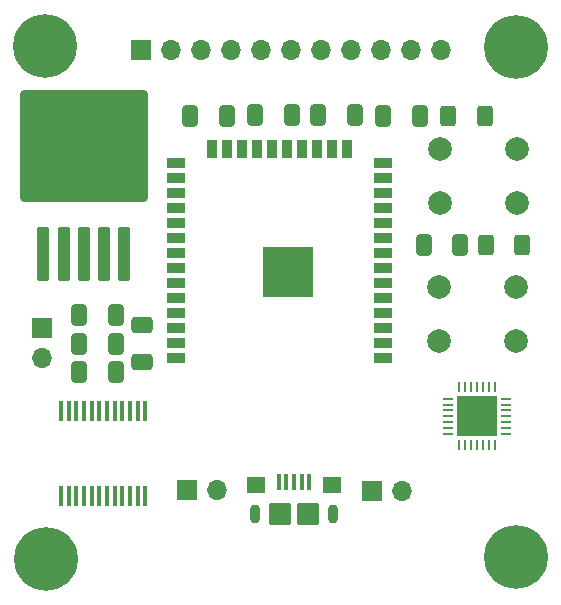
<source format=gts>
G04 #@! TF.GenerationSoftware,KiCad,Pcbnew,7.0.7*
G04 #@! TF.CreationDate,2024-07-30T23:44:59+02:00*
G04 #@! TF.ProjectId,linefollower_pcb,6c696e65-666f-46c6-9c6f-7765725f7063,rev?*
G04 #@! TF.SameCoordinates,Original*
G04 #@! TF.FileFunction,Soldermask,Top*
G04 #@! TF.FilePolarity,Negative*
%FSLAX46Y46*%
G04 Gerber Fmt 4.6, Leading zero omitted, Abs format (unit mm)*
G04 Created by KiCad (PCBNEW 7.0.7) date 2024-07-30 23:44:59*
%MOMM*%
%LPD*%
G01*
G04 APERTURE LIST*
G04 Aperture macros list*
%AMRoundRect*
0 Rectangle with rounded corners*
0 $1 Rounding radius*
0 $2 $3 $4 $5 $6 $7 $8 $9 X,Y pos of 4 corners*
0 Add a 4 corners polygon primitive as box body*
4,1,4,$2,$3,$4,$5,$6,$7,$8,$9,$2,$3,0*
0 Add four circle primitives for the rounded corners*
1,1,$1+$1,$2,$3*
1,1,$1+$1,$4,$5*
1,1,$1+$1,$6,$7*
1,1,$1+$1,$8,$9*
0 Add four rect primitives between the rounded corners*
20,1,$1+$1,$2,$3,$4,$5,0*
20,1,$1+$1,$4,$5,$6,$7,0*
20,1,$1+$1,$6,$7,$8,$9,0*
20,1,$1+$1,$8,$9,$2,$3,0*%
G04 Aperture macros list end*
%ADD10O,0.900000X1.600000*%
%ADD11RoundRect,0.250000X-0.550000X-0.450000X0.550000X-0.450000X0.550000X0.450000X-0.550000X0.450000X0*%
%ADD12RoundRect,0.250000X-0.700000X-0.700000X0.700000X-0.700000X0.700000X0.700000X-0.700000X0.700000X0*%
%ADD13RoundRect,0.100000X-0.100000X-0.575000X0.100000X-0.575000X0.100000X0.575000X-0.100000X0.575000X0*%
%ADD14R,1.700000X1.700000*%
%ADD15O,1.700000X1.700000*%
%ADD16RoundRect,0.250000X0.412500X0.650000X-0.412500X0.650000X-0.412500X-0.650000X0.412500X-0.650000X0*%
%ADD17C,0.800000*%
%ADD18C,5.400000*%
%ADD19RoundRect,0.250000X-0.650000X0.412500X-0.650000X-0.412500X0.650000X-0.412500X0.650000X0.412500X0*%
%ADD20RoundRect,0.250000X0.400000X0.625000X-0.400000X0.625000X-0.400000X-0.625000X0.400000X-0.625000X0*%
%ADD21R,0.450000X1.750000*%
%ADD22RoundRect,0.062500X-0.337500X-0.062500X0.337500X-0.062500X0.337500X0.062500X-0.337500X0.062500X0*%
%ADD23RoundRect,0.062500X-0.062500X-0.337500X0.062500X-0.337500X0.062500X0.337500X-0.062500X0.337500X0*%
%ADD24R,3.350000X3.350000*%
%ADD25R,1.500000X0.900000*%
%ADD26R,0.900000X1.500000*%
%ADD27C,0.600000*%
%ADD28R,4.200000X4.200000*%
%ADD29C,2.000000*%
%ADD30RoundRect,0.250000X-0.412500X-0.650000X0.412500X-0.650000X0.412500X0.650000X-0.412500X0.650000X0*%
%ADD31RoundRect,0.250000X0.300000X-2.050000X0.300000X2.050000X-0.300000X2.050000X-0.300000X-2.050000X0*%
%ADD32RoundRect,0.250002X5.149998X-4.449998X5.149998X4.449998X-5.149998X4.449998X-5.149998X-4.449998X0*%
G04 APERTURE END LIST*
D10*
X90850000Y-118525000D03*
D11*
X90750000Y-116075000D03*
D12*
X88750000Y-118525000D03*
X86350000Y-118525000D03*
D11*
X84350000Y-116075000D03*
D10*
X84250000Y-118525000D03*
D13*
X88850000Y-115850000D03*
X88200000Y-115850000D03*
X87550000Y-115850000D03*
X86900000Y-115850000D03*
X86250000Y-115850000D03*
D14*
X94200000Y-116600000D03*
D15*
X96740000Y-116600000D03*
D14*
X78460000Y-116550000D03*
D15*
X81000000Y-116550000D03*
D14*
X74640000Y-79300000D03*
D15*
X77180000Y-79300000D03*
X79720000Y-79300000D03*
X82260000Y-79300000D03*
X84800000Y-79300000D03*
X87340000Y-79300000D03*
X89880000Y-79300000D03*
X92420000Y-79300000D03*
X94960000Y-79300000D03*
X97500000Y-79300000D03*
X100040000Y-79300000D03*
D16*
X72462500Y-101750000D03*
X69337500Y-101750000D03*
D17*
X64475000Y-78950000D03*
X65068109Y-77518109D03*
X65068109Y-80381891D03*
X66500000Y-76925000D03*
D18*
X66500000Y-78950000D03*
D17*
X66500000Y-80975000D03*
X67931891Y-77518109D03*
X67931891Y-80381891D03*
X68525000Y-78950000D03*
D19*
X74700000Y-102587500D03*
X74700000Y-105712500D03*
D20*
X103712500Y-84850000D03*
X100612500Y-84850000D03*
D21*
X74975000Y-109850000D03*
X74325000Y-109850000D03*
X73675000Y-109850000D03*
X73025000Y-109850000D03*
X72375000Y-109850000D03*
X71725000Y-109850000D03*
X71075000Y-109850000D03*
X70425000Y-109850000D03*
X69775000Y-109850000D03*
X69125000Y-109850000D03*
X68475000Y-109850000D03*
X67825000Y-109850000D03*
X67825000Y-117050000D03*
X68475000Y-117050000D03*
X69125000Y-117050000D03*
X69775000Y-117050000D03*
X70425000Y-117050000D03*
X71075000Y-117050000D03*
X71725000Y-117050000D03*
X72375000Y-117050000D03*
X73025000Y-117050000D03*
X73675000Y-117050000D03*
X74325000Y-117050000D03*
X74975000Y-117050000D03*
D16*
X72475000Y-106550000D03*
X69350000Y-106550000D03*
D22*
X100600000Y-108800000D03*
X100600000Y-109300000D03*
X100600000Y-109800000D03*
X100600000Y-110300000D03*
X100600000Y-110800000D03*
X100600000Y-111300000D03*
X100600000Y-111800000D03*
D23*
X101550000Y-112750000D03*
X102050000Y-112750000D03*
X102550000Y-112750000D03*
X103050000Y-112750000D03*
X103550000Y-112750000D03*
X104050000Y-112750000D03*
X104550000Y-112750000D03*
D22*
X105500000Y-111800000D03*
X105500000Y-111300000D03*
X105500000Y-110800000D03*
X105500000Y-110300000D03*
X105500000Y-109800000D03*
X105500000Y-109300000D03*
X105500000Y-108800000D03*
D23*
X104550000Y-107850000D03*
X104050000Y-107850000D03*
X103550000Y-107850000D03*
X103050000Y-107850000D03*
X102550000Y-107850000D03*
X102050000Y-107850000D03*
X101550000Y-107850000D03*
D24*
X103050000Y-110300000D03*
D25*
X95100000Y-105400000D03*
X95100000Y-104130000D03*
X95100000Y-102860000D03*
X95100000Y-101590000D03*
X95100000Y-100320000D03*
X95100000Y-99050000D03*
X95100000Y-97780000D03*
X95100000Y-96510000D03*
X95100000Y-95240000D03*
X95100000Y-93970000D03*
X95100000Y-92700000D03*
X95100000Y-91430000D03*
X95100000Y-90160000D03*
X95100000Y-88890000D03*
D26*
X92060000Y-87640000D03*
X90790000Y-87640000D03*
X89520000Y-87640000D03*
X88250000Y-87640000D03*
X86980000Y-87640000D03*
X85710000Y-87640000D03*
X84440000Y-87640000D03*
X83170000Y-87640000D03*
X81900000Y-87640000D03*
X80630000Y-87640000D03*
D25*
X77600000Y-88890000D03*
X77600000Y-90160000D03*
X77600000Y-91430000D03*
X77600000Y-92700000D03*
X77600000Y-93970000D03*
X77600000Y-95240000D03*
X77600000Y-96510000D03*
X77600000Y-97780000D03*
X77600000Y-99050000D03*
X77600000Y-100320000D03*
X77600000Y-101590000D03*
X77600000Y-102860000D03*
X77600000Y-104130000D03*
X77600000Y-105400000D03*
D27*
X88555000Y-98822500D03*
X88555000Y-97297500D03*
X87792500Y-99585000D03*
X87792500Y-98060000D03*
X87792500Y-96535000D03*
X87030000Y-98822500D03*
D28*
X87030000Y-98060000D03*
D27*
X87030000Y-97297500D03*
X86267500Y-99585000D03*
X86267500Y-98060000D03*
X86267500Y-96535000D03*
X85505000Y-98822500D03*
X85505000Y-97297500D03*
D29*
X99850000Y-99381128D03*
X106350000Y-99381128D03*
X99850000Y-103881128D03*
X106350000Y-103881128D03*
D16*
X81875000Y-84850000D03*
X78750000Y-84850000D03*
X72462500Y-104150000D03*
X69337500Y-104150000D03*
D30*
X89600000Y-84800000D03*
X92725000Y-84800000D03*
D31*
X66350000Y-96525000D03*
X68050000Y-96525000D03*
X69750000Y-96525000D03*
D32*
X69750000Y-87375000D03*
D31*
X71450000Y-96525000D03*
X73150000Y-96525000D03*
D17*
X104300000Y-79068109D03*
X104893109Y-77636218D03*
X104893109Y-80500000D03*
X106325000Y-77043109D03*
D18*
X106325000Y-79068109D03*
D17*
X106325000Y-81093109D03*
X107756891Y-77636218D03*
X107756891Y-80500000D03*
X108350000Y-79068109D03*
X104325000Y-122218109D03*
X104918109Y-120786218D03*
X104918109Y-123650000D03*
X106350000Y-120193109D03*
D18*
X106350000Y-122218109D03*
D17*
X106350000Y-124243109D03*
X107781891Y-120786218D03*
X107781891Y-123650000D03*
X108375000Y-122218109D03*
D30*
X84250000Y-84800000D03*
X87375000Y-84800000D03*
D29*
X99900000Y-87700000D03*
X106400000Y-87700000D03*
X99900000Y-92200000D03*
X106400000Y-92200000D03*
D17*
X64525000Y-122350000D03*
X65118109Y-120918109D03*
X65118109Y-123781891D03*
X66550000Y-120325000D03*
D18*
X66550000Y-122350000D03*
D17*
X66550000Y-124375000D03*
X67981891Y-120918109D03*
X67981891Y-123781891D03*
X68575000Y-122350000D03*
D14*
X66250000Y-102850000D03*
D15*
X66250000Y-105390000D03*
D16*
X101650000Y-95800000D03*
X98525000Y-95800000D03*
X98262500Y-84850000D03*
X95137500Y-84850000D03*
D20*
X106887500Y-95800000D03*
X103787500Y-95800000D03*
M02*

</source>
